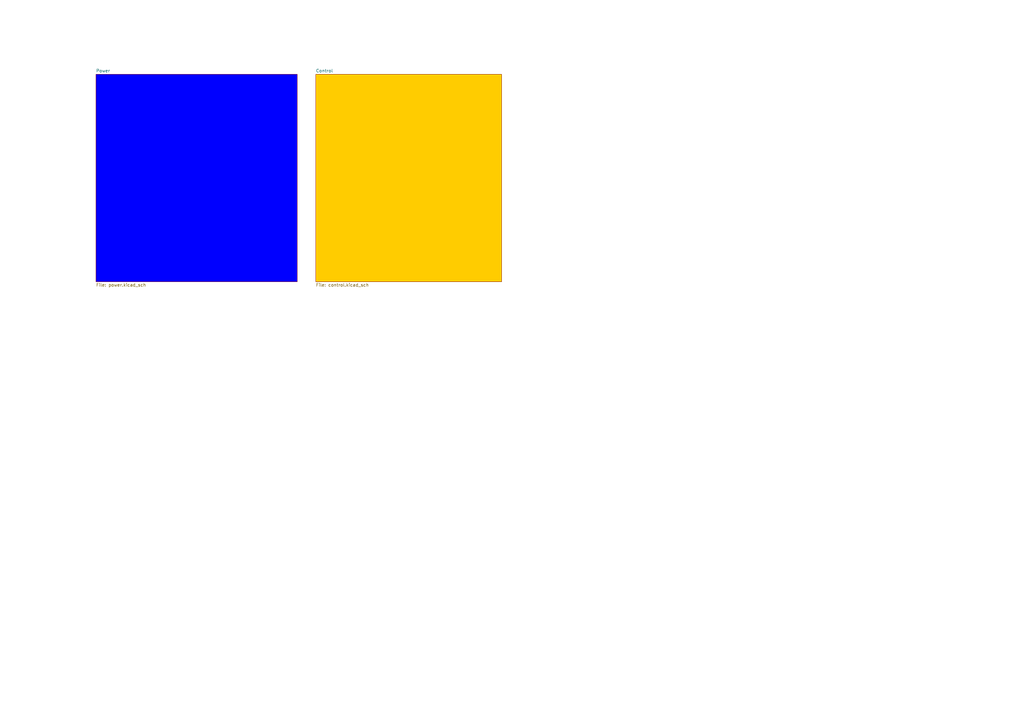
<source format=kicad_sch>
(kicad_sch (version 20230121) (generator eeschema)
  (paper "A3")
  (title_block (date "2023-11-04"))
  (lib_symbols)
  (sheet (at 129.54 30.48) (size 76.2 85.09) (stroke (width 0.1524)) (fill (color 255 204 0 1.0000))
    (property "Sheetname" "Control" (at 129.54 29.7684 0) (effects (justify left bottom)))
    (property "Sheetfile" "control.kicad_sch" (at 129.54 116.1546 0) (effects (justify left top)))
  )
  (sheet (at 39.37 30.48) (size 82.55 85.09) (stroke (width 0.1524)) (fill (color 0 0 255 1.0000))
    (property "Sheetname" "Power" (at 39.37 29.7684 0) (effects (justify left bottom)))
    (property "Sheetfile" "power.kicad_sch" (at 39.37 116.1546 0) (effects (justify left top)))
  )
)
</source>
